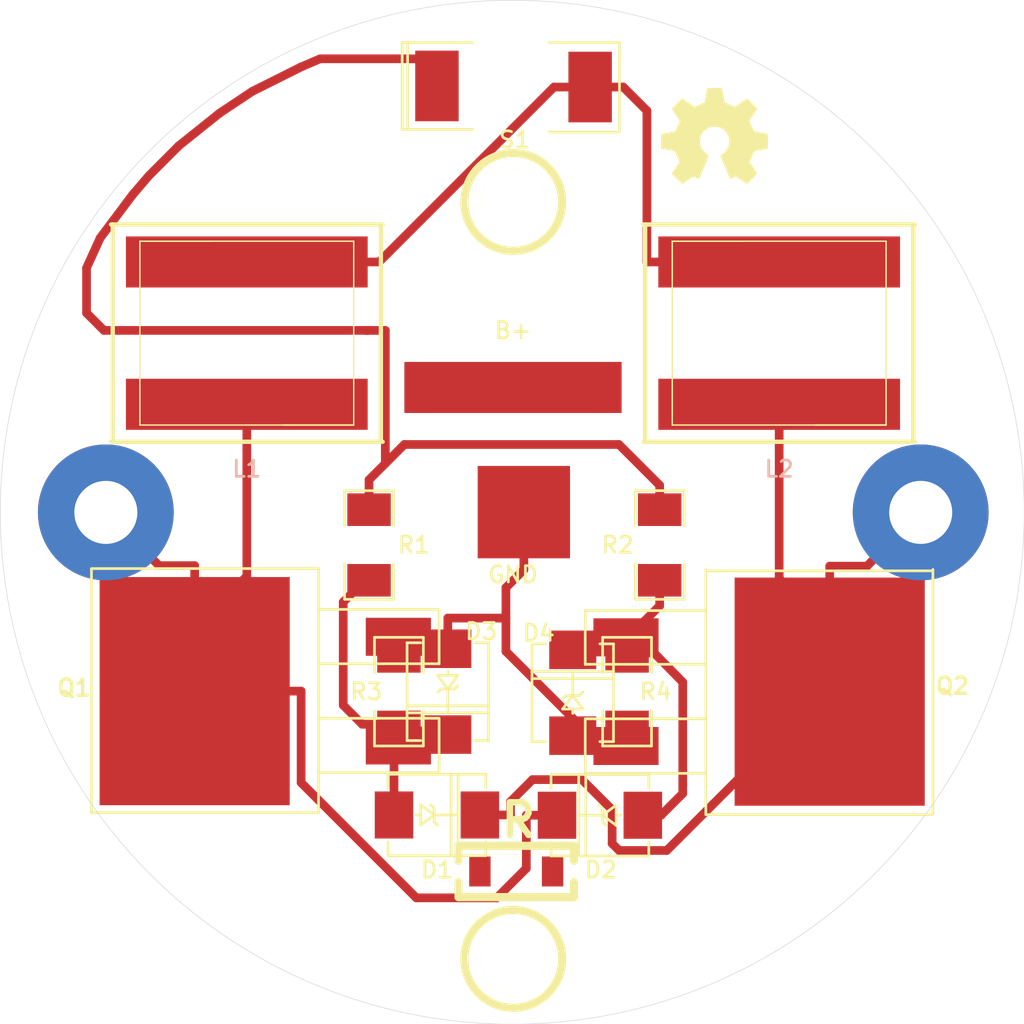
<source format=kicad_pcb>
(kicad_pcb (version 20171130) (host pcbnew "(5.1.12)-1")

  (general
    (thickness 1.6002)
    (drawings 1)
    (tracks 110)
    (zones 0)
    (modules 30)
    (nets 8)
  )

  (page A4)
  (title_block
    (title "SMT-ZVS Driver")
    (rev 9J)
  )

  (layers
    (0 Front mixed)
    (31 Back power)
    (32 B.Adhes user hide)
    (33 F.Adhes user hide)
    (34 B.Paste user hide)
    (35 F.Paste user)
    (36 B.SilkS user hide)
    (37 F.SilkS user)
    (38 B.Mask user hide)
    (39 F.Mask user)
    (40 Dwgs.User user)
    (41 Cmts.User user)
    (42 Eco1.User user)
    (43 Eco2.User user)
    (44 Edge.Cuts user)
  )

  (setup
    (last_trace_width 0.4064)
    (user_trace_width 0.6096)
    (user_trace_width 0.8128)
    (user_trace_width 1.2192)
    (trace_clearance 0.3302)
    (zone_clearance 0.508)
    (zone_45_only yes)
    (trace_min 0.3302)
    (via_size 0.889)
    (via_drill 0.3556)
    (via_min_size 0.889)
    (via_min_drill 0.3556)
    (uvia_size 0.508)
    (uvia_drill 0.127)
    (uvias_allowed no)
    (uvia_min_size 0.508)
    (uvia_min_drill 0.127)
    (edge_width 0.1)
    (segment_width 0.2)
    (pcb_text_width 0.3)
    (pcb_text_size 1.5 1.5)
    (mod_edge_width 0.15)
    (mod_text_size 1 1)
    (mod_text_width 0.15)
    (pad_size 6.35 6.35)
    (pad_drill 2.9464)
    (pad_to_mask_clearance 0)
    (aux_axis_origin 0 0)
    (visible_elements 7FFFFFFF)
    (pcbplotparams
      (layerselection 0x00030_ffffffff)
      (usegerberextensions true)
      (usegerberattributes true)
      (usegerberadvancedattributes true)
      (creategerberjobfile true)
      (excludeedgelayer true)
      (linewidth 0.150000)
      (plotframeref false)
      (viasonmask false)
      (mode 1)
      (useauxorigin false)
      (hpglpennumber 1)
      (hpglpenspeed 20)
      (hpglpendiameter 15.000000)
      (psnegative false)
      (psa4output false)
      (plotreference true)
      (plotvalue false)
      (plotinvisibletext false)
      (padsonsilk false)
      (subtractmaskfromsilk true)
      (outputformat 1)
      (mirror false)
      (drillshape 0)
      (scaleselection 1)
      (outputdirectory "/home/user/kicad/IH-10/"))
  )

  (net 0 "")
  (net 1 +BATT)
  (net 2 GND)
  (net 3 N-000002)
  (net 4 N-000004)
  (net 5 N-000005)
  (net 6 N-000006)
  (net 7 N-000007)

  (net_class Default "This is the default net class."
    (clearance 0.3302)
    (trace_width 0.4064)
    (via_dia 0.889)
    (via_drill 0.3556)
    (uvia_dia 0.508)
    (uvia_drill 0.127)
    (add_net +BATT)
    (add_net GND)
    (add_net N-000002)
    (add_net N-000004)
    (add_net N-000005)
    (add_net N-000006)
    (add_net N-000007)
  )

  (module 1pin locked (layer Front) (tedit 56606DD9) (tstamp 55BCAF6A)
    (at 65.7987 33.4899)
    (descr "module 1 pin (ou trou mecanique de percage)")
    (tags DEV)
    (path 1pin)
    (clearance 1.27)
    (zone_connect 0)
    (fp_text reference mount_2 (at 0 -3.048) (layer F.SilkS) hide
      (effects (font (size 1.016 1.016) (thickness 0.254)))
    )
    (fp_text value P*** (at 0 2.794) (layer F.SilkS) hide
      (effects (font (size 1.016 1.016) (thickness 0.254)))
    )
    (fp_circle (center 0 0) (end 0 -2.286) (layer F.SilkS) (width 0.381))
    (pad "" np_thru_hole circle (at 0 0) (size 3.048 3.048) (drill 3.048) (layers *.Cu F.SilkS F.Mask)
      (zone_connect 0))
  )

  (module SM2112L (layer Front) (tedit 55B7CB13) (tstamp 555E883C)
    (at 65.6844 28.067)
    (attr smd)
    (fp_text reference S1 (at 0.1778 2.5146) (layer F.SilkS)
      (effects (font (size 0.762 0.762) (thickness 0.127)))
    )
    (fp_text value Val** (at -0.889 0 90) (layer F.SilkS) hide
      (effects (font (size 0.762 0.762) (thickness 0.1905)))
    )
    (fp_line (start -5.08 -2.032) (end -5.08 2.032) (layer F.SilkS) (width 0.127))
    (fp_line (start -4.826 -2.032) (end -4.826 2.032) (layer F.SilkS) (width 0.127))
    (fp_line (start -1.778 2.032) (end -5.08 2.032) (layer F.SilkS) (width 0.127))
    (fp_line (start -1.778 -2.032) (end -5.08 -2.032) (layer F.SilkS) (width 0.127))
    (fp_line (start 1.778 -2.032) (end 5.08 -2.032) (layer F.SilkS) (width 0.127))
    (fp_line (start 5.08 -2.032) (end 5.08 2.032) (layer F.SilkS) (width 0.127))
    (fp_line (start 5.08 2.159) (end 1.778 2.159) (layer F.SilkS) (width 0.127))
    (pad 2 smd rect (at 3.7084 0.0508) (size 2.032 3.302) (layers Front F.Paste F.Mask)
      (net 1 +BATT) (zone_connect 1) (thermal_width 1.016) (thermal_gap 0.508))
    (pad 1 smd rect (at -3.4544 0) (size 2.032 3.302) (layers Front F.Paste F.Mask)
      (net 5 N-000005))
    (model smd/chip_cms.wrl
      (at (xyz 0 0 0))
      (scale (xyz 0.3 0.4 0.4))
      (rotate (xyz 0 0 0))
    )
  )

  (module inductor-coilcraft-xal1010-102 (layer Front) (tedit 55B95497) (tstamp 5524B50A)
    (at 53.34 39.624 270)
    (descr "SMD INDUCTOR")
    (tags "SMD INDUCTOR")
    (path /52DDAEDB)
    (attr smd)
    (fp_text reference L1 (at 6.35 0) (layer B.SilkS)
      (effects (font (size 0.762 0.762) (thickness 0.127)))
    )
    (fp_text value INDUCTOR (at -1.45796 3.86334 270) (layer B.SilkS) hide
      (effects (font (size 1.27 1.27) (thickness 0.0889)))
    )
    (fp_line (start -4.29768 4.99872) (end -4.29768 1.69926) (layer F.SilkS) (width 0.06604))
    (fp_line (start 4.29768 -1.69926) (end 4.29768 -4.99872) (layer F.SilkS) (width 0.06604))
    (fp_line (start -4.29768 4.99872) (end 4.29768 4.99872) (layer F.SilkS) (width 0.06604))
    (fp_line (start 4.29768 4.99872) (end 4.29768 -4.99872) (layer F.SilkS) (width 0.06604))
    (fp_line (start -4.29768 -4.99872) (end 4.29768 -4.99872) (layer F.SilkS) (width 0.06604))
    (fp_line (start -4.29768 4.99872) (end -4.29768 -4.99872) (layer F.SilkS) (width 0.06604))
    (fp_line (start -5.08 -6.35) (end -5.08 6.35) (layer F.SilkS) (width 0.2032))
    (fp_line (start 5.08 6.35) (end 5.08 -6.35) (layer F.SilkS) (width 0.2032))
    (fp_line (start 5.08 -6.26872) (end -5.08 -6.26872) (layer F.SilkS) (width 0.2032))
    (fp_line (start 5.08 6.26872) (end -5.08 6.26872) (layer F.SilkS) (width 0.2032))
    (pad 1 smd rect (at -3.3274 0 270) (size 2.3876 11.303) (layers Front F.Paste F.Mask)
      (net 1 +BATT))
    (pad 2 smd rect (at 3.3274 0 270) (size 2.3876 11.303) (layers Front F.Paste F.Mask)
      (net 6 N-000006))
  )

  (module via (layer Front) (tedit 55324D26) (tstamp 55324D07)
    (at 72.009 54.61)
    (descr "module 1 pin (ou trou mecanique de percage)")
    (tags DEV)
    (path 1pin)
    (zone_connect 2)
    (fp_text reference Noname_10 (at 0 2.54) (layer F.SilkS) hide
      (effects (font (size 1.016 1.016) (thickness 0.254)))
    )
    (fp_text value "" (at 0 2.794) (layer F.SilkS) hide
      (effects (font (size 1.016 1.016) (thickness 0.254)))
    )
  )

  (module via (layer Front) (tedit 55324D10) (tstamp 5520A6B3)
    (at 70.739 54.61)
    (descr "module 1 pin (ou trou mecanique de percage)")
    (tags DEV)
    (path 1pin)
    (zone_connect 2)
    (fp_text reference Noname_9 (at 0 2.54) (layer F.SilkS) hide
      (effects (font (size 1.016 1.016) (thickness 0.254)))
    )
    (fp_text value "" (at 0 2.794) (layer F.SilkS) hide
      (effects (font (size 1.016 1.016) (thickness 0.254)))
    )
  )

  (module via (layer Front) (tedit 55324CDF) (tstamp 5520A698)
    (at 72.009 55.626)
    (descr "module 1 pin (ou trou mecanique de percage)")
    (tags DEV)
    (path 1pin)
    (zone_connect 2)
    (fp_text reference Noname_8 (at 0 2.54) (layer F.SilkS) hide
      (effects (font (size 1.016 1.016) (thickness 0.254)))
    )
    (fp_text value "" (at 0 2.794) (layer F.SilkS) hide
      (effects (font (size 1.016 1.016) (thickness 0.254)))
    )
  )

  (module via (layer Front) (tedit 55324CD4) (tstamp 5520A6A1)
    (at 70.739 55.626)
    (descr "module 1 pin (ou trou mecanique de percage)")
    (tags DEV)
    (path 1pin)
    (zone_connect 2)
    (fp_text reference Noname_7 (at 0 2.54) (layer F.SilkS) hide
      (effects (font (size 1.016 1.016) (thickness 0.254)))
    )
    (fp_text value "" (at 0 2.794) (layer F.SilkS) hide
      (effects (font (size 1.016 1.016) (thickness 0.254)))
    )
  )

  (module via (layer Front) (tedit 55324CAC) (tstamp 5520A6E7)
    (at 60.96 52.07)
    (descr "module 1 pin (ou trou mecanique de percage)")
    (tags DEV)
    (path 1pin)
    (zone_connect 2)
    (fp_text reference Noname_6 (at 0 2.54) (layer F.SilkS) hide
      (effects (font (size 1.016 1.016) (thickness 0.254)))
    )
    (fp_text value "" (at 0 2.794) (layer F.SilkS) hide
      (effects (font (size 1.016 1.016) (thickness 0.254)))
    )
  )

  (module via (layer Front) (tedit 55324CBB) (tstamp 551F435C)
    (at 62.23 52.07)
    (descr "module 1 pin (ou trou mecanique de percage)")
    (tags DEV)
    (path 1pin)
    (zone_connect 2)
    (fp_text reference Noname_5 (at 0 2.54) (layer F.SilkS) hide
      (effects (font (size 1.016 1.016) (thickness 0.254)))
    )
    (fp_text value "" (at 0 2.794) (layer F.SilkS) hide
      (effects (font (size 1.016 1.016) (thickness 0.254)))
    )
  )

  (module via (layer Front) (tedit 55324CC1) (tstamp 551F4353)
    (at 62.23 53.086)
    (descr "module 1 pin (ou trou mecanique de percage)")
    (tags DEV)
    (path 1pin)
    (zone_connect 2)
    (fp_text reference Noname_4 (at 0 2.54) (layer F.SilkS) hide
      (effects (font (size 1.016 1.016) (thickness 0.254)))
    )
    (fp_text value "" (at 0 2.794) (layer F.SilkS) hide
      (effects (font (size 1.016 1.016) (thickness 0.254)))
    )
  )

  (module DO214 (layer Front) (tedit 55B94DB6) (tstamp 52E43FF0)
    (at 62.738 56.388 270)
    (descr "DO214AC PACKAGE. MONODIRECTIONAL.")
    (tags "DO214AC PACKAGE. MONODIRECTIONAL.")
    (path /52DDB1BE)
    (attr smd)
    (fp_text reference D3 (at -2.8194 -1.5621) (layer F.SilkS)
      (effects (font (size 0.762 0.762) (thickness 0.127)))
    )
    (fp_text value ZENER (at 0.254 2.921 270) (layer F.SilkS) hide
      (effects (font (size 1.27 1.27) (thickness 0.0889)))
    )
    (fp_line (start -0.762 0) (end -0.9652 0) (layer F.SilkS) (width 0.127))
    (fp_line (start -2.286 -1.905) (end 2.286 -1.905) (layer F.SilkS) (width 0.127))
    (fp_line (start 2.286 -1.905) (end 2.286 -1.27) (layer F.SilkS) (width 0.127))
    (fp_line (start 0.6604 1.905) (end 0.6604 -1.905) (layer F.SilkS) (width 0.127))
    (fp_line (start 0.9906 1.905) (end 0.9906 -1.905) (layer F.SilkS) (width 0.127))
    (fp_line (start -2.286 1.27) (end -2.286 1.905) (layer F.SilkS) (width 0.127))
    (fp_line (start -2.286 1.905) (end 2.286 1.905) (layer F.SilkS) (width 0.127))
    (fp_line (start 2.286 1.905) (end 2.286 1.27) (layer F.SilkS) (width 0.127))
    (fp_line (start -2.286 -1.27) (end -2.286 -1.905) (layer F.SilkS) (width 0.127))
    (fp_line (start -0.127 0) (end -0.762 -0.47498) (layer F.SilkS) (width 0.127))
    (fp_line (start -0.762 -0.47498) (end -0.762 0) (layer F.SilkS) (width 0.127))
    (fp_line (start -0.762 0) (end -0.762 0.47498) (layer F.SilkS) (width 0.127))
    (fp_line (start -0.762 0.47498) (end -0.127 0) (layer F.SilkS) (width 0.127))
    (fp_line (start -0.127 0) (end -0.127 -0.3175) (layer F.SilkS) (width 0.127))
    (fp_line (start -0.127 -0.3175) (end -0.28448 -0.47498) (layer F.SilkS) (width 0.127))
    (fp_line (start -0.127 0) (end -0.127 0.3175) (layer F.SilkS) (width 0.127))
    (fp_line (start -0.127 0.3175) (end 0.03048 0.47498) (layer F.SilkS) (width 0.127))
    (fp_line (start -0.127 0) (end 0.98298 0) (layer F.SilkS) (width 0.127))
    (pad 1 smd rect (at -2.0066 0 270) (size 1.80086 2.19964) (layers Front F.Paste F.Mask)
      (net 2 GND))
    (pad 2 smd rect (at 2.0066 0 270) (size 1.80086 2.19964) (layers Front F.Paste F.Mask)
      (net 4 N-000004))
    (model smd/do214.wrl
      (at (xyz 0 0 0))
      (scale (xyz 1 1 1))
      (rotate (xyz 0 0 0))
    )
  )

  (module DO214 (layer Front) (tedit 55B94DD8) (tstamp 5516D487)
    (at 68.58 56.4388 90)
    (descr "DO214AC PACKAGE. MONODIRECTIONAL.")
    (tags "DO214AC PACKAGE. MONODIRECTIONAL.")
    (path /52DDB1DC)
    (attr smd)
    (fp_text reference D4 (at 2.794 -1.5875 180) (layer F.SilkS)
      (effects (font (size 0.762 0.762) (thickness 0.127)))
    )
    (fp_text value ZENER (at 0.254 2.921 90) (layer F.SilkS) hide
      (effects (font (size 1.27 1.27) (thickness 0.0889)))
    )
    (fp_line (start -0.762 0) (end -0.9652 0) (layer F.SilkS) (width 0.127))
    (fp_line (start -2.286 -1.905) (end 2.286 -1.905) (layer F.SilkS) (width 0.127))
    (fp_line (start 2.286 -1.905) (end 2.286 -1.27) (layer F.SilkS) (width 0.127))
    (fp_line (start 0.6604 1.905) (end 0.6604 -1.905) (layer F.SilkS) (width 0.127))
    (fp_line (start 0.9906 1.905) (end 0.9906 -1.905) (layer F.SilkS) (width 0.127))
    (fp_line (start -2.286 1.27) (end -2.286 1.905) (layer F.SilkS) (width 0.127))
    (fp_line (start -2.286 1.905) (end 2.286 1.905) (layer F.SilkS) (width 0.127))
    (fp_line (start 2.286 1.905) (end 2.286 1.27) (layer F.SilkS) (width 0.127))
    (fp_line (start -2.286 -1.27) (end -2.286 -1.905) (layer F.SilkS) (width 0.127))
    (fp_line (start -0.127 0) (end -0.762 -0.47498) (layer F.SilkS) (width 0.127))
    (fp_line (start -0.762 -0.47498) (end -0.762 0) (layer F.SilkS) (width 0.127))
    (fp_line (start -0.762 0) (end -0.762 0.47498) (layer F.SilkS) (width 0.127))
    (fp_line (start -0.762 0.47498) (end -0.127 0) (layer F.SilkS) (width 0.127))
    (fp_line (start -0.127 0) (end -0.127 -0.3175) (layer F.SilkS) (width 0.127))
    (fp_line (start -0.127 -0.3175) (end -0.28448 -0.47498) (layer F.SilkS) (width 0.127))
    (fp_line (start -0.127 0) (end -0.127 0.3175) (layer F.SilkS) (width 0.127))
    (fp_line (start -0.127 0.3175) (end 0.03048 0.47498) (layer F.SilkS) (width 0.127))
    (fp_line (start -0.127 0) (end 0.98298 0) (layer F.SilkS) (width 0.127))
    (pad 1 smd rect (at -2.0066 0 90) (size 1.80086 2.19964) (layers Front F.Paste F.Mask)
      (net 2 GND))
    (pad 2 smd rect (at 2.0066 0 90) (size 1.80086 2.19964) (layers Front F.Paste F.Mask)
      (net 3 N-000002))
    (model smd/do214.wrl
      (at (xyz 0 0 0))
      (scale (xyz 1 1 1))
      (rotate (xyz 0 0 0))
    )
  )

  (module SM1206 (layer Front) (tedit 559595B2) (tstamp 52AB74E6)
    (at 72.644 49.53 270)
    (path /52DDB78E)
    (attr smd)
    (fp_text reference R2 (at 0 1.9685) (layer F.SilkS)
      (effects (font (size 0.762 0.762) (thickness 0.127)))
    )
    (fp_text value 270 (at 0 0 270) (layer F.SilkS) hide
      (effects (font (size 0.762 0.762) (thickness 0.127)))
    )
    (fp_line (start -2.54 -1.143) (end -2.54 1.143) (layer F.SilkS) (width 0.127))
    (fp_line (start -2.54 1.143) (end -0.889 1.143) (layer F.SilkS) (width 0.127))
    (fp_line (start 0.889 -1.143) (end 2.54 -1.143) (layer F.SilkS) (width 0.127))
    (fp_line (start 2.54 -1.143) (end 2.54 1.143) (layer F.SilkS) (width 0.127))
    (fp_line (start 2.54 1.143) (end 0.889 1.143) (layer F.SilkS) (width 0.127))
    (fp_line (start -0.889 -1.143) (end -2.54 -1.143) (layer F.SilkS) (width 0.127))
    (pad 1 smd rect (at -1.651 0 270) (size 1.524 2.032) (layers Front F.Paste F.Mask)
      (net 5 N-000005))
    (pad 2 smd rect (at 1.651 0 270) (size 1.524 2.032) (layers Front F.Paste F.Mask)
      (net 3 N-000002))
    (model smd/chip_cms.wrl
      (at (xyz 0 0 0))
      (scale (xyz 0.17 0.16 0.16))
      (rotate (xyz 0 0 0))
    )
  )

  (module DO214 (layer Front) (tedit 566075AB) (tstamp 55BA6259)
    (at 69.85 62.1665 180)
    (descr "DO214AC PACKAGE. MONODIRECTIONAL.")
    (tags "DO214AC PACKAGE. MONODIRECTIONAL.")
    (path /52DDB383)
    (attr smd)
    (fp_text reference D2 (at -0.0381 -2.5527 180) (layer F.SilkS)
      (effects (font (size 0.762 0.762) (thickness 0.127)))
    )
    (fp_text value DIODE (at 0.254 2.921 180) (layer F.SilkS) hide
      (effects (font (size 1.27 1.27) (thickness 0.0889)))
    )
    (fp_line (start -0.762 0) (end -0.9652 0) (layer F.SilkS) (width 0.127))
    (fp_line (start -2.286 -1.905) (end 2.286 -1.905) (layer F.SilkS) (width 0.127))
    (fp_line (start 2.286 -1.905) (end 2.286 -1.27) (layer F.SilkS) (width 0.127))
    (fp_line (start 0.6604 1.905) (end 0.6604 -1.905) (layer F.SilkS) (width 0.127))
    (fp_line (start 0.9906 1.905) (end 0.9906 -1.905) (layer F.SilkS) (width 0.127))
    (fp_line (start -2.286 1.27) (end -2.286 1.905) (layer F.SilkS) (width 0.127))
    (fp_line (start -2.286 1.905) (end 2.286 1.905) (layer F.SilkS) (width 0.127))
    (fp_line (start 2.286 1.905) (end 2.286 1.27) (layer F.SilkS) (width 0.127))
    (fp_line (start -2.286 -1.27) (end -2.286 -1.905) (layer F.SilkS) (width 0.127))
    (fp_line (start -0.127 0) (end -0.762 -0.47498) (layer F.SilkS) (width 0.127))
    (fp_line (start -0.762 -0.47498) (end -0.762 0) (layer F.SilkS) (width 0.127))
    (fp_line (start -0.762 0) (end -0.762 0.47498) (layer F.SilkS) (width 0.127))
    (fp_line (start -0.762 0.47498) (end -0.127 0) (layer F.SilkS) (width 0.127))
    (fp_line (start -0.127 0) (end -0.127 -0.3175) (layer F.SilkS) (width 0.127))
    (fp_line (start -0.127 -0.3175) (end -0.28448 -0.47498) (layer F.SilkS) (width 0.127))
    (fp_line (start -0.127 0) (end -0.127 0.3175) (layer F.SilkS) (width 0.127))
    (fp_line (start -0.127 0.3175) (end 0.03048 0.47498) (layer F.SilkS) (width 0.127))
    (fp_line (start -0.127 0) (end 0.98298 0) (layer F.SilkS) (width 0.127))
    (pad 1 smd rect (at -2.0066 0 180) (size 1.80086 2.19964) (layers Front F.Paste F.Mask)
      (net 3 N-000002))
    (pad 2 smd rect (at 2.0066 0 180) (size 1.80086 2.19964) (layers Front F.Paste F.Mask)
      (net 6 N-000006))
    (model smd/do214.wrl
      (at (xyz 0 0 0))
      (scale (xyz 1 1 1))
      (rotate (xyz 0 0 0))
    )
  )

  (module DO214 (layer Front) (tedit 55B94E14) (tstamp 52AB7D18)
    (at 62.23 62.1538)
    (descr "DO214AC PACKAGE. MONODIRECTIONAL.")
    (tags "DO214AC PACKAGE. MONODIRECTIONAL.")
    (path /52DDB301)
    (attr smd)
    (fp_text reference D1 (at 0 2.5654) (layer F.SilkS)
      (effects (font (size 0.762 0.762) (thickness 0.127)))
    )
    (fp_text value DIODE (at 0.254 2.921) (layer F.SilkS) hide
      (effects (font (size 1.27 1.27) (thickness 0.0889)))
    )
    (fp_line (start -0.762 0) (end -0.9652 0) (layer F.SilkS) (width 0.127))
    (fp_line (start -2.286 -1.905) (end 2.286 -1.905) (layer F.SilkS) (width 0.127))
    (fp_line (start 2.286 -1.905) (end 2.286 -1.27) (layer F.SilkS) (width 0.127))
    (fp_line (start 0.6604 1.905) (end 0.6604 -1.905) (layer F.SilkS) (width 0.127))
    (fp_line (start 0.9906 1.905) (end 0.9906 -1.905) (layer F.SilkS) (width 0.127))
    (fp_line (start -2.286 1.27) (end -2.286 1.905) (layer F.SilkS) (width 0.127))
    (fp_line (start -2.286 1.905) (end 2.286 1.905) (layer F.SilkS) (width 0.127))
    (fp_line (start 2.286 1.905) (end 2.286 1.27) (layer F.SilkS) (width 0.127))
    (fp_line (start -2.286 -1.27) (end -2.286 -1.905) (layer F.SilkS) (width 0.127))
    (fp_line (start -0.127 0) (end -0.762 -0.47498) (layer F.SilkS) (width 0.127))
    (fp_line (start -0.762 -0.47498) (end -0.762 0) (layer F.SilkS) (width 0.127))
    (fp_line (start -0.762 0) (end -0.762 0.47498) (layer F.SilkS) (width 0.127))
    (fp_line (start -0.762 0.47498) (end -0.127 0) (layer F.SilkS) (width 0.127))
    (fp_line (start -0.127 0) (end -0.127 -0.3175) (layer F.SilkS) (width 0.127))
    (fp_line (start -0.127 -0.3175) (end -0.28448 -0.47498) (layer F.SilkS) (width 0.127))
    (fp_line (start -0.127 0) (end -0.127 0.3175) (layer F.SilkS) (width 0.127))
    (fp_line (start -0.127 0.3175) (end 0.03048 0.47498) (layer F.SilkS) (width 0.127))
    (fp_line (start -0.127 0) (end 0.98298 0) (layer F.SilkS) (width 0.127))
    (pad 1 smd rect (at -2.0066 0) (size 1.80086 2.19964) (layers Front F.Paste F.Mask)
      (net 4 N-000004))
    (pad 2 smd rect (at 2.0066 0) (size 1.80086 2.19964) (layers Front F.Paste F.Mask)
      (net 7 N-000007))
    (model smd/do214.wrl
      (at (xyz 0 0 0))
      (scale (xyz 1 1 1))
      (rotate (xyz 0 0 0))
    )
  )

  (module SM1206 (layer Front) (tedit 55959627) (tstamp 0)
    (at 60.452 56.388 90)
    (path /531E1DC6)
    (attr smd)
    (fp_text reference R3 (at 0 -1.524 180) (layer F.SilkS)
      (effects (font (size 0.762 0.762) (thickness 0.127)))
    )
    (fp_text value 10K (at 0 0 90) (layer F.SilkS) hide
      (effects (font (size 0.762 0.762) (thickness 0.127)))
    )
    (fp_line (start -2.54 -1.143) (end -2.54 1.143) (layer F.SilkS) (width 0.127))
    (fp_line (start -2.54 1.143) (end -0.889 1.143) (layer F.SilkS) (width 0.127))
    (fp_line (start 0.889 -1.143) (end 2.54 -1.143) (layer F.SilkS) (width 0.127))
    (fp_line (start 2.54 -1.143) (end 2.54 1.143) (layer F.SilkS) (width 0.127))
    (fp_line (start 2.54 1.143) (end 0.889 1.143) (layer F.SilkS) (width 0.127))
    (fp_line (start -0.889 -1.143) (end -2.54 -1.143) (layer F.SilkS) (width 0.127))
    (pad 1 smd rect (at -1.651 0 90) (size 1.524 2.032) (layers Front F.Paste F.Mask)
      (net 4 N-000004))
    (pad 2 smd rect (at 1.651 0 90) (size 1.524 2.032) (layers Front F.Paste F.Mask)
      (net 2 GND))
    (model smd/chip_cms.wrl
      (at (xyz 0 0 0))
      (scale (xyz 0.17 0.16 0.16))
      (rotate (xyz 0 0 0))
    )
  )

  (module SM1206 (layer Front) (tedit 55959640) (tstamp 531E1CCB)
    (at 71.12 56.388 270)
    (path /531E1DD4)
    (attr smd)
    (fp_text reference R4 (at 0 -1.3335) (layer F.SilkS)
      (effects (font (size 0.762 0.762) (thickness 0.127)))
    )
    (fp_text value 10K (at 0 0 270) (layer F.SilkS) hide
      (effects (font (size 0.762 0.762) (thickness 0.127)))
    )
    (fp_line (start -2.54 -1.143) (end -2.54 1.143) (layer F.SilkS) (width 0.127))
    (fp_line (start -2.54 1.143) (end -0.889 1.143) (layer F.SilkS) (width 0.127))
    (fp_line (start 0.889 -1.143) (end 2.54 -1.143) (layer F.SilkS) (width 0.127))
    (fp_line (start 2.54 -1.143) (end 2.54 1.143) (layer F.SilkS) (width 0.127))
    (fp_line (start 2.54 1.143) (end 0.889 1.143) (layer F.SilkS) (width 0.127))
    (fp_line (start -0.889 -1.143) (end -2.54 -1.143) (layer F.SilkS) (width 0.127))
    (pad 1 smd rect (at -1.651 0 270) (size 1.524 2.032) (layers Front F.Paste F.Mask)
      (net 3 N-000002))
    (pad 2 smd rect (at 1.651 0 270) (size 1.524 2.032) (layers Front F.Paste F.Mask)
      (net 2 GND))
    (model smd/chip_cms.wrl
      (at (xyz 0 0 0))
      (scale (xyz 0.17 0.16 0.16))
      (rotate (xyz 0 0 0))
    )
  )

  (module SM1206 (layer Front) (tedit 55959597) (tstamp 5388EA5B)
    (at 59.055 49.53 270)
    (path /52DDB77B)
    (attr smd)
    (fp_text reference R1 (at 0 -2.0955) (layer F.SilkS)
      (effects (font (size 0.762 0.762) (thickness 0.127)))
    )
    (fp_text value 270 (at 0 0 270) (layer F.SilkS) hide
      (effects (font (size 0.762 0.762) (thickness 0.127)))
    )
    (fp_line (start -2.54 -1.143) (end -2.54 1.143) (layer F.SilkS) (width 0.127))
    (fp_line (start -2.54 1.143) (end -0.889 1.143) (layer F.SilkS) (width 0.127))
    (fp_line (start 0.889 -1.143) (end 2.54 -1.143) (layer F.SilkS) (width 0.127))
    (fp_line (start 2.54 -1.143) (end 2.54 1.143) (layer F.SilkS) (width 0.127))
    (fp_line (start 2.54 1.143) (end 0.889 1.143) (layer F.SilkS) (width 0.127))
    (fp_line (start -0.889 -1.143) (end -2.54 -1.143) (layer F.SilkS) (width 0.127))
    (pad 1 smd rect (at -1.651 0 270) (size 1.524 2.032) (layers Front F.Paste F.Mask)
      (net 5 N-000005))
    (pad 2 smd rect (at 1.651 0 270) (size 1.524 2.032) (layers Front F.Paste F.Mask)
      (net 4 N-000004))
    (model smd/chip_cms.wrl
      (at (xyz 0 0 0))
      (scale (xyz 0.17 0.16 0.16))
      (rotate (xyz 0 0 0))
    )
  )

  (module via (layer Front) (tedit 55324CCB) (tstamp 5518EDB0)
    (at 59.944 55.372)
    (descr "module 1 pin (ou trou mecanique de percage)")
    (tags DEV)
    (path 1pin)
    (zone_connect 2)
    (fp_text reference Noname_3 (at 0 2.54) (layer F.SilkS) hide
      (effects (font (size 1.016 1.016) (thickness 0.254)))
    )
    (fp_text value "" (at 0 2.794) (layer F.SilkS) hide
      (effects (font (size 1.016 1.016) (thickness 0.254)))
    )
  )

  (module via (layer Front) (tedit 552459C5) (tstamp 5518EDC2)
    (at 67.564 61.468)
    (descr "module 1 pin (ou trou mecanique de percage)")
    (tags DEV)
    (path 1pin)
    (zone_connect 2)
    (fp_text reference Noname_2 (at 0 2.54) (layer F.SilkS) hide
      (effects (font (size 1.016 1.016) (thickness 0.254)))
    )
    (fp_text value "" (at 0 2.794) (layer F.SilkS) hide
      (effects (font (size 1.016 1.016) (thickness 0.254)))
    )
  )

  (module via (layer Front) (tedit 552459D2) (tstamp 5518EDCB)
    (at 71.882 56.388)
    (descr "module 1 pin (ou trou mecanique de percage)")
    (tags DEV)
    (path 1pin)
    (zone_connect 2)
    (fp_text reference Noname_1 (at 0 2.54) (layer F.SilkS) hide
      (effects (font (size 1.016 1.016) (thickness 0.254)))
    )
    (fp_text value "" (at 0 2.794) (layer F.SilkS) hide
      (effects (font (size 1.016 1.016) (thickness 0.254)))
    )
  )

  (module inductor-coilcraft-xal1010-102 (layer Front) (tedit 55B954BC) (tstamp 5521D631)
    (at 78.232 39.624 270)
    (descr "SMD INDUCTOR")
    (tags "SMD INDUCTOR")
    (path /52DDAEDB)
    (attr smd)
    (fp_text reference L2 (at 6.35 0) (layer B.SilkS)
      (effects (font (size 0.762 0.762) (thickness 0.127)))
    )
    (fp_text value INDUCTOR (at -1.45796 3.86334 270) (layer B.SilkS) hide
      (effects (font (size 1.27 1.27) (thickness 0.0889)))
    )
    (fp_line (start -4.29768 4.99872) (end -4.29768 1.69926) (layer F.SilkS) (width 0.06604))
    (fp_line (start 4.29768 -1.69926) (end 4.29768 -4.99872) (layer F.SilkS) (width 0.06604))
    (fp_line (start -4.29768 4.99872) (end 4.29768 4.99872) (layer F.SilkS) (width 0.06604))
    (fp_line (start 4.29768 4.99872) (end 4.29768 -4.99872) (layer F.SilkS) (width 0.06604))
    (fp_line (start -4.29768 -4.99872) (end 4.29768 -4.99872) (layer F.SilkS) (width 0.06604))
    (fp_line (start -4.29768 4.99872) (end -4.29768 -4.99872) (layer F.SilkS) (width 0.06604))
    (fp_line (start -5.08 -6.35) (end -5.08 6.35) (layer F.SilkS) (width 0.2032))
    (fp_line (start 5.08 6.35) (end 5.08 -6.35) (layer F.SilkS) (width 0.2032))
    (fp_line (start 5.08 -6.26872) (end -5.08 -6.26872) (layer F.SilkS) (width 0.2032))
    (fp_line (start 5.08 6.26872) (end -5.08 6.26872) (layer F.SilkS) (width 0.2032))
    (pad 1 smd rect (at -3.3274 0 270) (size 2.3876 11.303) (layers Front F.Paste F.Mask)
      (net 1 +BATT))
    (pad 2 smd rect (at 3.3274 0 270) (size 2.3876 11.303) (layers Front F.Paste F.Mask)
      (net 7 N-000007))
  )

  (module 1pin locked (layer Front) (tedit 56606DF9) (tstamp 55874155)
    (at 65.7987 68.8848)
    (descr "module 1 pin (ou trou mecanique de percage)")
    (tags DEV)
    (path 1pin)
    (clearance 1.27)
    (zone_connect 0)
    (fp_text reference mount (at 0 -3.048) (layer F.SilkS) hide
      (effects (font (size 1.016 1.016) (thickness 0.254)))
    )
    (fp_text value P*** (at 0 2.794) (layer F.SilkS) hide
      (effects (font (size 1.016 1.016) (thickness 0.254)))
    )
    (fp_circle (center 0 0) (end 0 -2.286) (layer F.SilkS) (width 0.381))
    (pad "" np_thru_hole circle (at 0 0) (size 3.048 3.048) (drill 3.048) (layers *.Cu F.SilkS F.Mask)
      (zone_connect 0))
  )

  (module OSHW-logo_silkscreen-front_5mm (layer Front) (tedit 0) (tstamp 55BA60EB)
    (at 75.2094 30.4038)
    (fp_text reference G*** (at 0 2.65176) (layer F.SilkS) hide
      (effects (font (size 0.22606 0.22606) (thickness 0.04318)))
    )
    (fp_text value OSHW-logo_silkscreen-front_5mm (at 0 -2.65176) (layer F.SilkS) hide
      (effects (font (size 0.22606 0.22606) (thickness 0.04318)))
    )
    (fp_poly (pts (xy -1.51384 2.24536) (xy -1.48844 2.23012) (xy -1.43002 2.19456) (xy -1.3462 2.13868)
      (xy -1.24714 2.07264) (xy -1.14808 2.0066) (xy -1.0668 1.95326) (xy -1.01092 1.91516)
      (xy -0.98552 1.90246) (xy -0.97282 1.90754) (xy -0.9271 1.9304) (xy -0.85852 1.96596)
      (xy -0.81788 1.98628) (xy -0.75692 2.01168) (xy -0.7239 2.0193) (xy -0.71882 2.00914)
      (xy -0.69596 1.96088) (xy -0.6604 1.8796) (xy -0.61468 1.77038) (xy -0.5588 1.64338)
      (xy -0.50292 1.50876) (xy -0.4445 1.36906) (xy -0.38862 1.23444) (xy -0.34036 1.11506)
      (xy -0.29972 1.01854) (xy -0.27432 0.94996) (xy -0.26416 0.92202) (xy -0.2667 0.9144)
      (xy -0.29972 0.88392) (xy -0.35306 0.84328) (xy -0.47244 0.74676) (xy -0.58928 0.60198)
      (xy -0.6604 0.43688) (xy -0.68326 0.25146) (xy -0.66294 0.08128) (xy -0.5969 -0.08128)
      (xy -0.4826 -0.2286) (xy -0.3429 -0.33782) (xy -0.18034 -0.4064) (xy 0 -0.42926)
      (xy 0.17272 -0.40894) (xy 0.34036 -0.3429) (xy 0.48768 -0.23114) (xy 0.55118 -0.16002)
      (xy 0.63754 -0.01016) (xy 0.6858 0.14732) (xy 0.69088 0.18796) (xy 0.68326 0.36322)
      (xy 0.63246 0.5334) (xy 0.53848 0.68326) (xy 0.40894 0.80772) (xy 0.3937 0.81788)
      (xy 0.33528 0.8636) (xy 0.29464 0.89408) (xy 0.26416 0.91948) (xy 0.48768 1.45796)
      (xy 0.52324 1.54178) (xy 0.5842 1.6891) (xy 0.63754 1.8161) (xy 0.68072 1.9177)
      (xy 0.7112 1.98374) (xy 0.7239 2.01168) (xy 0.7239 2.01422) (xy 0.74422 2.01676)
      (xy 0.78486 2.00152) (xy 0.86106 1.96596) (xy 0.90932 1.94056) (xy 0.96774 1.91262)
      (xy 0.99314 1.90246) (xy 1.016 1.91516) (xy 1.06934 1.95072) (xy 1.15062 2.00406)
      (xy 1.24714 2.06756) (xy 1.33858 2.13106) (xy 1.4224 2.18694) (xy 1.48336 2.22504)
      (xy 1.51384 2.24282) (xy 1.51892 2.24282) (xy 1.54432 2.22758) (xy 1.59258 2.18694)
      (xy 1.66624 2.11836) (xy 1.77038 2.01422) (xy 1.78562 1.99898) (xy 1.87198 1.91262)
      (xy 1.94056 1.83896) (xy 1.98628 1.78816) (xy 2.00406 1.7653) (xy 1.98882 1.73482)
      (xy 1.95072 1.67386) (xy 1.89484 1.5875) (xy 1.82626 1.48844) (xy 1.64846 1.22936)
      (xy 1.74498 0.98552) (xy 1.77546 0.90932) (xy 1.81356 0.82042) (xy 1.8415 0.75438)
      (xy 1.85674 0.72644) (xy 1.88214 0.71628) (xy 1.95072 0.70104) (xy 2.04724 0.68072)
      (xy 2.16154 0.6604) (xy 2.2733 0.64008) (xy 2.37236 0.61976) (xy 2.44348 0.60706)
      (xy 2.4765 0.59944) (xy 2.48412 0.59436) (xy 2.49174 0.57912) (xy 2.49428 0.5461)
      (xy 2.49682 0.48514) (xy 2.49936 0.39116) (xy 2.49936 0.25146) (xy 2.49936 0.23622)
      (xy 2.49682 0.10668) (xy 2.49428 0) (xy 2.49174 -0.06604) (xy 2.48666 -0.09398)
      (xy 2.45618 -0.1016) (xy 2.38506 -0.11684) (xy 2.286 -0.13462) (xy 2.16662 -0.15748)
      (xy 2.159 -0.16002) (xy 2.04216 -0.18288) (xy 1.9431 -0.2032) (xy 1.87198 -0.21844)
      (xy 1.84404 -0.2286) (xy 1.83642 -0.23622) (xy 1.81356 -0.28194) (xy 1.78054 -0.3556)
      (xy 1.7399 -0.4445) (xy 1.7018 -0.53848) (xy 1.66878 -0.6223) (xy 1.64592 -0.68326)
      (xy 1.6383 -0.7112) (xy 1.64084 -0.71374) (xy 1.65862 -0.74168) (xy 1.69926 -0.80264)
      (xy 1.75514 -0.88646) (xy 1.82372 -0.98806) (xy 1.8288 -0.99568) (xy 1.89738 -1.09474)
      (xy 1.95326 -1.1811) (xy 1.98882 -1.23952) (xy 2.00406 -1.26746) (xy 2.00406 -1.27)
      (xy 1.9812 -1.30048) (xy 1.9304 -1.35636) (xy 1.85674 -1.43256) (xy 1.77038 -1.52146)
      (xy 1.74244 -1.54686) (xy 1.64338 -1.64338) (xy 1.57734 -1.70434) (xy 1.53416 -1.73736)
      (xy 1.51384 -1.74498) (xy 1.48336 -1.7272) (xy 1.41986 -1.68656) (xy 1.33604 -1.62814)
      (xy 1.23444 -1.55956) (xy 1.22682 -1.55448) (xy 1.12776 -1.4859) (xy 1.04394 -1.43002)
      (xy 0.98552 -1.38938) (xy 0.95758 -1.37414) (xy 0.95504 -1.37414) (xy 0.9144 -1.38684)
      (xy 0.84328 -1.41224) (xy 0.75438 -1.44526) (xy 0.66294 -1.48336) (xy 0.57912 -1.51892)
      (xy 0.51562 -1.54686) (xy 0.48514 -1.56464) (xy 0.47498 -1.6002) (xy 0.4572 -1.6764)
      (xy 0.43688 -1.778) (xy 0.41148 -1.89992) (xy 0.40894 -1.92024) (xy 0.38608 -2.03962)
      (xy 0.3683 -2.13868) (xy 0.35306 -2.20726) (xy 0.34544 -2.2352) (xy 0.3302 -2.23774)
      (xy 0.27178 -2.24282) (xy 0.18288 -2.24536) (xy 0.07366 -2.24536) (xy -0.0381 -2.24536)
      (xy -0.14732 -2.24282) (xy -0.2413 -2.24028) (xy -0.30988 -2.2352) (xy -0.33782 -2.23012)
      (xy -0.33782 -2.22758) (xy -0.34798 -2.18948) (xy -0.36576 -2.11582) (xy -0.38608 -2.01168)
      (xy -0.40894 -1.88976) (xy -0.41402 -1.8669) (xy -0.43688 -1.75006) (xy -0.4572 -1.651)
      (xy -0.4699 -1.58496) (xy -0.47752 -1.55702) (xy -0.49022 -1.55194) (xy -0.53848 -1.53162)
      (xy -0.61722 -1.4986) (xy -0.71628 -1.45796) (xy -0.94488 -1.36652) (xy -1.22682 -1.55702)
      (xy -1.25222 -1.5748) (xy -1.35382 -1.64338) (xy -1.4351 -1.69926) (xy -1.49352 -1.73736)
      (xy -1.51638 -1.75006) (xy -1.51892 -1.75006) (xy -1.54686 -1.72466) (xy -1.60274 -1.67132)
      (xy -1.67894 -1.59766) (xy -1.76784 -1.5113) (xy -1.83134 -1.44526) (xy -1.91008 -1.36652)
      (xy -1.95834 -1.31318) (xy -1.98628 -1.28016) (xy -1.9939 -1.25984) (xy -1.99136 -1.2446)
      (xy -1.97358 -1.21666) (xy -1.93294 -1.1557) (xy -1.87452 -1.06934) (xy -1.80594 -0.97028)
      (xy -1.75006 -0.88646) (xy -1.6891 -0.79248) (xy -1.651 -0.72644) (xy -1.63576 -0.69342)
      (xy -1.64084 -0.68072) (xy -1.65862 -0.62484) (xy -1.69418 -0.54102) (xy -1.73482 -0.44196)
      (xy -1.83388 -0.22098) (xy -1.97866 -0.19304) (xy -2.06756 -0.17526) (xy -2.18948 -0.1524)
      (xy -2.30886 -0.12954) (xy -2.49174 -0.09398) (xy -2.49936 0.58166) (xy -2.47142 0.59436)
      (xy -2.44348 0.60198) (xy -2.3749 0.61722) (xy -2.27838 0.63754) (xy -2.16154 0.65786)
      (xy -2.06502 0.67564) (xy -1.96596 0.69596) (xy -1.89484 0.70866) (xy -1.86436 0.71628)
      (xy -1.8542 0.72644) (xy -1.83134 0.7747) (xy -1.79578 0.8509) (xy -1.75514 0.94234)
      (xy -1.71704 1.03632) (xy -1.68148 1.12522) (xy -1.65862 1.19126) (xy -1.64846 1.22428)
      (xy -1.66116 1.25222) (xy -1.69926 1.31064) (xy -1.7526 1.39192) (xy -1.82118 1.49098)
      (xy -1.88722 1.5875) (xy -1.94564 1.67132) (xy -1.98374 1.73228) (xy -2.00152 1.76022)
      (xy -1.99136 1.778) (xy -1.95326 1.82626) (xy -1.8796 1.90246) (xy -1.76784 2.01168)
      (xy -1.75006 2.02946) (xy -1.6637 2.11328) (xy -1.59004 2.18186) (xy -1.5367 2.22758)
      (xy -1.51384 2.24536)) (layer F.SilkS) (width 0.00254))
  )

  (module mystuff:DPAKGDS-Q1 (layer Front) (tedit 56609863) (tstamp 56667635)
    (at 60.4266 56.3626 90)
    (tags "CMS DPACK")
    (path /52DDB130)
    (zone_connect 2)
    (fp_text reference Q1 (at 0.1524 -15.1638 180) (layer F.SilkS)
      (effects (font (size 0.762 0.762) (thickness 0.1524)))
    )
    (fp_text value MOSFET_N (at 0.01 -2.55 90) (layer F.SilkS) hide
      (effects (font (size 1.27 1.27) (thickness 0.1524)))
    )
    (fp_line (start 5.73 -3.73) (end 5.73 -14.35) (layer F.SilkS) (width 0.127))
    (fp_line (start -5.68 -3.73) (end -5.68 -14.33) (layer F.SilkS) (width 0.127))
    (fp_line (start 3.82 1.89) (end 3.82 -3.71) (layer F.SilkS) (width 0.127))
    (fp_line (start 1.28 1.9) (end 1.28 -3.72) (layer F.SilkS) (width 0.127))
    (fp_line (start -1.27 1.89) (end -1.27 -3.72) (layer F.SilkS) (width 0.127))
    (fp_line (start -3.81 1.89) (end -3.81 -3.72) (layer F.SilkS) (width 0.127))
    (fp_line (start 5.725 -3.733) (end -5.705 -3.733) (layer F.SilkS) (width 0.127))
    (fp_line (start -5.715 -14.351) (end 5.715 -14.351) (layer F.SilkS) (width 0.127))
    (fp_line (start -1.27 1.905) (end -3.81 1.905) (layer F.SilkS) (width 0.127))
    (fp_line (start 3.81 1.905) (end 1.27 1.905) (layer F.SilkS) (width 0.127))
    (pad D smd rect (at 0 -9.525 90) (size 10.668 8.89) (layers Front F.Paste F.Mask)
      (net 6 N-000006) (zone_connect 2))
    (pad G smd rect (at -2.54 0 90) (size 1.778 3.048) (layers Front F.Paste F.Mask)
      (net 4 N-000004) (zone_connect 2))
    (pad S smd rect (at 2.54 0 90) (size 1.778 3.048) (layers Front F.Paste F.Mask)
      (net 2 GND) (zone_connect 2))
    (model smd/dpack_3.wrl
      (offset (xyz 0 1.015999984741211 0))
      (scale (xyz 1 1 1))
      (rotate (xyz 0 0 0))
    )
  )

  (module mystuff:DPAKGDS-Q2 (layer Front) (tedit 566067A8) (tstamp 56667F82)
    (at 71.0692 56.388 270)
    (tags "CMS DPACK")
    (path /52DDB130)
    (zone_connect 2)
    (fp_text reference Q2 (at -0.2667 -15.2654) (layer F.SilkS)
      (effects (font (size 0.762 0.762) (thickness 0.1524)))
    )
    (fp_text value MOSFET_N (at 0 -2.57 270) (layer F.SilkS) hide
      (effects (font (size 1.27 1.27) (thickness 0.1524)))
    )
    (fp_line (start 3.82 1.9) (end 3.82 -3.72) (layer F.SilkS) (width 0.127))
    (fp_line (start 1.27 1.9) (end 1.27 -3.7) (layer F.SilkS) (width 0.127))
    (fp_line (start -1.28 1.89) (end -1.28 -3.75) (layer F.SilkS) (width 0.127))
    (fp_line (start -3.79 1.89) (end -3.79 -3.72) (layer F.SilkS) (width 0.127))
    (fp_line (start 5.75 -3.73) (end 5.75 -14.33) (layer F.SilkS) (width 0.127))
    (fp_line (start -5.65 -3.73) (end -5.65 -14.33) (layer F.SilkS) (width 0.127))
    (fp_line (start 5.715 -3.733) (end -5.715 -3.733) (layer F.SilkS) (width 0.127))
    (fp_line (start -5.715 -14.351) (end 5.715 -14.351) (layer F.SilkS) (width 0.127))
    (fp_line (start -1.27 1.905) (end -3.81 1.905) (layer F.SilkS) (width 0.127))
    (fp_line (start 3.81 1.905) (end 1.27 1.905) (layer F.SilkS) (width 0.127))
    (pad D smd rect (at 0 -9.525 270) (size 10.668 8.89) (layers Front F.Paste F.Mask)
      (net 7 N-000007) (zone_connect 2))
    (pad G smd rect (at -2.54 0 270) (size 1.778 3.048) (layers Front F.Paste F.Mask)
      (net 3 N-000002) (zone_connect 2))
    (pad S smd rect (at 2.54 0 270) (size 1.778 3.048) (layers Front F.Paste F.Mask)
      (net 2 GND) (zone_connect 2))
    (model smd/dpack_3.wrl
      (offset (xyz 0 1.015999984741211 0))
      (scale (xyz 1 1 1))
      (rotate (xyz 0 0 0))
    )
  )

  (module mystuff:Pad-B+ (layer Front) (tedit 566079B9) (tstamp 56695244)
    (at 65.786 42.164)
    (descr "module 1 pin (ou trou mecanique de percage)")
    (tags DEV)
    (fp_text reference B+ (at 0 -2.667) (layer F.SilkS)
      (effects (font (size 0.762 0.762) (thickness 0.127)))
    )
    (fp_text value "" (at 0 2.794) (layer F.SilkS) hide
      (effects (font (size 1.016 1.016) (thickness 0.254)))
    )
    (pad 1 smd rect (at 0 0) (size 10.16 2.3876) (layers Front F.Paste F.Mask)
      (zone_connect 2))
  )

  (module mystuff:Pad-Gnd (layer Front) (tedit 56606987) (tstamp 56695322)
    (at 65.786 47.9933)
    (descr "module 1 pin (ou trou mecanique de percage)")
    (tags DEV)
    (path 1pin)
    (fp_text reference GND (at 0 2.921) (layer F.SilkS)
      (effects (font (size 0.762 0.762) (thickness 0.127)))
    )
    (fp_text value "" (at 0 2.794) (layer F.SilkS) hide
      (effects (font (size 1.016 1.016) (thickness 0.254)))
    )
    (pad 1 smd rect (at 0.508 0) (size 4.318 4.318) (layers Front F.Paste F.Mask)
      (net 2 GND) (zone_connect 2))
  )

  (module mystuff:endcap-ss locked (layer Front) (tedit 5660C787) (tstamp 5669541F)
    (at 65.7987 48.006)
    (fp_text reference endcap (at 0 0) (layer F.SilkS) hide
      (effects (font (size 1.5 1.5) (thickness 0.15)))
    )
    (fp_text value VAL** (at 0 0) (layer F.SilkS) hide
      (effects (font (size 1.5 1.5) (thickness 0.15)))
    )
    (pad "" thru_hole circle (at 19.05 0) (size 6.35 6.35) (drill 2.9464) (layers Front F.Mask)
      (net 7 N-000007) (zone_connect 2))
    (pad "" thru_hole circle (at -19.05 0) (size 6.35 6.35) (drill 2.9464) (layers Front F.Mask)
      (net 6 N-000006) (zone_connect 2))
  )

  (module Resistors_SMD:Resistor_SMD1206_ReflowWave (layer Front) (tedit 5660C29E) (tstamp 5660BBE2)
    (at 65.9384 64.7954)
    (descr "Resistor, SMD, 1206, Reflow, Wave,")
    (tags "Resistor, SMD, 1206, Reflow, Wave,")
    (attr smd)
    (fp_text reference R (at 0.09906 -2.4003) (layer F.SilkS)
      (effects (font (size 1.524 1.524) (thickness 0.3048)))
    )
    (fp_text value Resistor_SMD1206_ReflowWave_RevA_Date21Jun2010 (at 2.70002 2.70002) (layer F.SilkS) hide
      (effects (font (size 1.524 1.524) (thickness 0.3048)))
    )
    (fp_circle (center 0 0) (end 0.50038 0) (layer F.Adhes) (width 0.381))
    (fp_circle (center 0 0) (end 0.14986 0.0508) (layer F.Adhes) (width 0.381))
    (fp_line (start -2.70002 0.50038) (end -2.70002 1.19888) (layer F.SilkS) (width 0.381))
    (fp_line (start -2.70002 1.19888) (end 2.70002 1.19888) (layer F.SilkS) (width 0.381))
    (fp_line (start 2.70002 1.19888) (end 2.70002 0.50038) (layer F.SilkS) (width 0.381))
    (fp_line (start 2.70002 -0.50038) (end 2.70002 -1.19888) (layer F.SilkS) (width 0.381))
    (fp_line (start 2.70002 -1.19888) (end -2.70002 -1.19888) (layer F.SilkS) (width 0.381))
    (fp_line (start -2.70002 -1.19888) (end -2.70002 -0.50038) (layer F.SilkS) (width 0.381))
    (pad 1 smd rect (at -1.69926 0) (size 1.00076 1.39954) (layers Front F.Paste F.Mask))
    (pad 2 smd rect (at 1.69926 0) (size 1.00076 1.39954) (layers Front F.Paste F.Mask))
  )

  (gr_circle (center 65.75044 47.99838) (end 89.49944 50.99812) (layer Edge.Cuts) (width 0.0254))

  (segment (start 53.34 36.2966) (end 59.525 36.2966) (width 0.4064) (layer Front) (net 1))
  (segment (start 59.525 36.2966) (end 67.7038 28.1178) (width 0.4064) (layer Front) (net 1))
  (segment (start 67.7038 28.1178) (end 69.3928 28.1178) (width 0.4064) (layer Front) (net 1))
  (segment (start 69.3928 28.1178) (end 70.9423 28.1178) (width 0.4064) (layer Front) (net 1))
  (segment (start 78.232 36.2966) (end 72.047 36.2966) (width 0.4064) (layer Front) (net 1))
  (segment (start 72.047 36.2966) (end 72.047 29.2225) (width 0.4064) (layer Front) (net 1))
  (segment (start 72.047 29.2225) (end 70.9423 28.1178) (width 0.4064) (layer Front) (net 1))
  (segment (start 65.4555 52.9475) (end 65.4555 51.5243) (width 0.4064) (layer Front) (net 2))
  (segment (start 65.4555 51.5243) (end 66.294 50.6858) (width 0.4064) (layer Front) (net 2))
  (segment (start 69.3967 58.4454) (end 65.4555 54.5042) (width 0.4064) (layer Front) (net 2))
  (segment (start 65.4555 54.5042) (end 65.4555 52.9475) (width 0.4064) (layer Front) (net 2))
  (segment (start 65.4555 52.9475) (end 62.738 52.9475) (width 0.4064) (layer Front) (net 2))
  (segment (start 69.3967 58.4454) (end 70.2133 58.4454) (width 0.4064) (layer Front) (net 2))
  (segment (start 68.58 58.4454) (end 69.3967 58.4454) (width 0.4064) (layer Front) (net 2))
  (segment (start 60.452 54.3814) (end 60.452 54.737) (width 0.4064) (layer Front) (net 2))
  (segment (start 60.4266 53.8226) (end 60.452 53.848) (width 0.4064) (layer Front) (net 2))
  (segment (start 60.452 53.848) (end 60.452 54.3814) (width 0.4064) (layer Front) (net 2))
  (segment (start 60.452 54.3814) (end 61.1047 54.3814) (width 0.4064) (layer Front) (net 2))
  (segment (start 62.738 54.3814) (end 61.1047 54.3814) (width 0.4064) (layer Front) (net 2))
  (segment (start 71.0692 58.9026) (end 70.6705 58.9026) (width 0.4064) (layer Front) (net 2))
  (segment (start 70.6705 58.9026) (end 70.2133 58.4454) (width 0.4064) (layer Front) (net 2))
  (segment (start 71.12 58.039) (end 71.12 58.8518) (width 0.4064) (layer Front) (net 2))
  (segment (start 71.12 58.8518) (end 71.0692 58.9026) (width 0.4064) (layer Front) (net 2))
  (segment (start 71.0692 58.928) (end 71.0692 58.9026) (width 0.4064) (layer Front) (net 2))
  (segment (start 62.738 54.3814) (end 62.738 52.9475) (width 0.4064) (layer Front) (net 2))
  (segment (start 66.294 47.9933) (end 66.294 50.6858) (width 0.4064) (layer Front) (net 2))
  (segment (start 72.009 54.5846) (end 71.12 54.5846) (width 0.4064) (layer Front) (net 3))
  (segment (start 71.8566 62.1665) (end 72.7075 62.1665) (width 0.4064) (layer Front) (net 3))
  (segment (start 72.7075 62.1665) (end 73.7235 61.1505) (width 0.4064) (layer Front) (net 3))
  (segment (start 73.7235 61.1505) (end 73.7235 55.9435) (width 0.4064) (layer Front) (net 3))
  (segment (start 73.7235 55.9435) (end 72.39 54.5846) (width 0.4064) (layer Front) (net 3))
  (segment (start 72.39 54.5846) (end 72.009 54.5846) (width 0.4064) (layer Front) (net 3))
  (segment (start 71.12 54.5846) (end 71.12 54.3179) (width 0.4064) (layer Front) (net 3))
  (segment (start 71.12 54.737) (end 71.12 54.5846) (width 0.4064) (layer Front) (net 3))
  (segment (start 71.12 54.3179) (end 71.0692 54.2671) (width 0.4064) (layer Front) (net 3))
  (segment (start 71.0692 54.2671) (end 71.0692 53.848) (width 0.4064) (layer Front) (net 3))
  (segment (start 71.12 54.3179) (end 71.12 53.8988) (width 0.4064) (layer Front) (net 3))
  (segment (start 71.12 53.8988) (end 72.644 52.3748) (width 0.4064) (layer Front) (net 3))
  (segment (start 72.644 52.3748) (end 72.644 51.181) (width 0.4064) (layer Front) (net 3))
  (segment (start 68.58 54.4322) (end 70.8152 54.4322) (width 0.4064) (layer Front) (net 3))
  (segment (start 70.8152 54.4322) (end 71.12 54.737) (width 0.4064) (layer Front) (net 3))
  (segment (start 60.452 57.912) (end 60.706 57.912) (width 0.4064) (layer Front) (net 4))
  (segment (start 59.055 51.181) (end 58.8645 51.181) (width 0.4064) (layer Front) (net 4))
  (segment (start 58.8645 51.181) (end 57.8485 52.197) (width 0.4064) (layer Front) (net 4))
  (segment (start 57.8485 52.197) (end 57.8485 57.023) (width 0.4064) (layer Front) (net 4))
  (segment (start 57.8485 57.023) (end 58.7375 57.912) (width 0.4064) (layer Front) (net 4))
  (segment (start 58.7375 57.912) (end 60.452 57.912) (width 0.4064) (layer Front) (net 4))
  (segment (start 60.452 58.039) (end 60.452 57.912) (width 0.4064) (layer Front) (net 4))
  (segment (start 60.452 58.039) (end 60.452 58.8772) (width 0.4064) (layer Front) (net 4))
  (segment (start 60.452 58.8772) (end 60.4266 58.9026) (width 0.4064) (layer Front) (net 4))
  (segment (start 60.4266 58.9026) (end 60.2234 59.1058) (width 0.4064) (layer Front) (net 4))
  (segment (start 60.2234 59.1058) (end 60.2234 62.1538) (width 0.4064) (layer Front) (net 4))
  (segment (start 62.738 58.3946) (end 60.8076 58.3946) (width 0.4064) (layer Front) (net 4))
  (segment (start 60.8076 58.3946) (end 60.452 58.039) (width 0.4064) (layer Front) (net 4))
  (segment (start 61.6204 26.8097) (end 62.23 27.4193) (width 0.4064) (layer Front) (net 5))
  (segment (start 62.23 27.4193) (end 62.23 28.067) (width 0.4064) (layer Front) (net 5))
  (segment (start 61.6204 26.8097) (end 62.2808 26.8224) (width 0.4064) (layer Front) (net 5))
  (segment (start 58.928 39.497) (end 46.6598 39.497) (width 0.4064) (layer Front) (net 5))
  (segment (start 46.6598 39.497) (end 45.847 38.6842) (width 0.4064) (layer Front) (net 5))
  (segment (start 45.847 38.6842) (end 45.847 36.576) (width 0.4064) (layer Front) (net 5))
  (segment (start 45.847 36.576) (end 46.482 35.179) (width 0.4064) (layer Front) (net 5))
  (segment (start 46.482 35.179) (end 48.006 33.147) (width 0.4064) (layer Front) (net 5))
  (segment (start 48.006 33.147) (end 48.768 32.258) (width 0.4064) (layer Front) (net 5))
  (segment (start 48.768 32.258) (end 50.165 30.861) (width 0.4064) (layer Front) (net 5))
  (segment (start 50.165 30.861) (end 52.07 29.337) (width 0.4064) (layer Front) (net 5))
  (segment (start 52.07 29.337) (end 53.594 28.321) (width 0.4064) (layer Front) (net 5))
  (segment (start 53.594 28.321) (end 55.88 27.178) (width 0.4064) (layer Front) (net 5))
  (segment (start 55.88 27.178) (end 56.769 26.797) (width 0.4064) (layer Front) (net 5))
  (segment (start 56.769 26.797) (end 60.96 26.797) (width 0.4064) (layer Front) (net 5))
  (segment (start 60.96 26.797) (end 61.6204 26.8097) (width 0.4064) (layer Front) (net 5))
  (segment (start 59.0042 39.497) (end 59.817 39.497) (width 0.4064) (layer Front) (net 5))
  (segment (start 59.817 39.497) (end 59.817 45.72) (width 0.4064) (layer Front) (net 5))
  (segment (start 58.928 39.497) (end 59.0042 39.497) (width 0.4064) (layer Front) (net 5))
  (segment (start 59.0042 39.497) (end 58.928 39.497) (width 0.4064) (layer Front) (net 5))
  (segment (start 72.644 47.879) (end 72.644 46.736) (width 0.4064) (layer Front) (net 5))
  (segment (start 72.644 46.736) (end 70.739 44.831) (width 0.4064) (layer Front) (net 5))
  (segment (start 70.739 44.831) (end 60.706 44.831) (width 0.4064) (layer Front) (net 5))
  (segment (start 60.706 44.831) (end 59.817 45.72) (width 0.4064) (layer Front) (net 5))
  (segment (start 59.817 45.72) (end 59.055 46.482) (width 0.4064) (layer Front) (net 5))
  (segment (start 59.055 46.482) (end 59.055 47.879) (width 0.4064) (layer Front) (net 5))
  (segment (start 50.9016 56.3626) (end 55.8801 56.3626) (width 0.4064) (layer Front) (net 6))
  (segment (start 67.8434 62.1665) (end 66.4095 62.1665) (width 0.4064) (layer Front) (net 6))
  (segment (start 66.4095 62.1665) (end 66.4095 64.6488) (width 0.4064) (layer Front) (net 6))
  (segment (start 66.4095 64.6488) (end 65.0295 66.0288) (width 0.4064) (layer Front) (net 6))
  (segment (start 65.0295 66.0288) (end 61.2649 66.0288) (width 0.4064) (layer Front) (net 6))
  (segment (start 61.2649 66.0288) (end 55.8801 60.644) (width 0.4064) (layer Front) (net 6))
  (segment (start 55.8801 60.644) (end 55.8801 56.3626) (width 0.4064) (layer Front) (net 6))
  (segment (start 50.9016 53.4288) (end 53.34 50.9904) (width 0.4064) (layer Front) (net 6))
  (segment (start 53.34 50.9904) (end 53.34 42.9514) (width 0.4064) (layer Front) (net 6))
  (segment (start 50.9016 53.4288) (end 50.9016 50.4951) (width 0.4064) (layer Front) (net 6))
  (segment (start 50.9016 56.3626) (end 50.9016 53.4288) (width 0.4064) (layer Front) (net 6))
  (segment (start 46.7487 48.006) (end 49.2378 50.4951) (width 0.4064) (layer Front) (net 6))
  (segment (start 49.2378 50.4951) (end 50.9016 50.4951) (width 0.4064) (layer Front) (net 6))
  (segment (start 64.2366 62.1538) (end 65.6705 62.1538) (width 0.4064) (layer Front) (net 7))
  (segment (start 80.5942 55.5943) (end 80.5942 56.1974) (width 0.4064) (layer Front) (net 7))
  (segment (start 80.5942 56.1974) (end 72.9777 63.8139) (width 0.4064) (layer Front) (net 7))
  (segment (start 72.9777 63.8139) (end 70.7476 63.8139) (width 0.4064) (layer Front) (net 7))
  (segment (start 70.7476 63.8139) (end 70.4226 63.4889) (width 0.4064) (layer Front) (net 7))
  (segment (start 70.4226 63.4889) (end 70.4226 61.9118) (width 0.4064) (layer Front) (net 7))
  (segment (start 70.4226 61.9118) (end 69.0116 60.5008) (width 0.4064) (layer Front) (net 7))
  (segment (start 69.0116 60.5008) (end 66.6962 60.5008) (width 0.4064) (layer Front) (net 7))
  (segment (start 66.6962 60.5008) (end 65.6705 61.5265) (width 0.4064) (layer Front) (net 7))
  (segment (start 65.6705 61.5265) (end 65.6705 62.1538) (width 0.4064) (layer Front) (net 7))
  (segment (start 80.5942 55.5943) (end 80.5942 53.4542) (width 0.4064) (layer Front) (net 7))
  (segment (start 80.5942 56.388) (end 80.5942 55.5943) (width 0.4064) (layer Front) (net 7))
  (segment (start 80.5942 53.4542) (end 78.232 51.092) (width 0.4064) (layer Front) (net 7))
  (segment (start 78.232 51.092) (end 78.232 42.9514) (width 0.4064) (layer Front) (net 7))
  (segment (start 80.5942 53.4542) (end 80.5942 50.5205) (width 0.4064) (layer Front) (net 7))
  (segment (start 84.8487 48.006) (end 82.3342 50.5205) (width 0.4064) (layer Front) (net 7))
  (segment (start 82.3342 50.5205) (end 80.5942 50.5205) (width 0.4064) (layer Front) (net 7))

)

</source>
